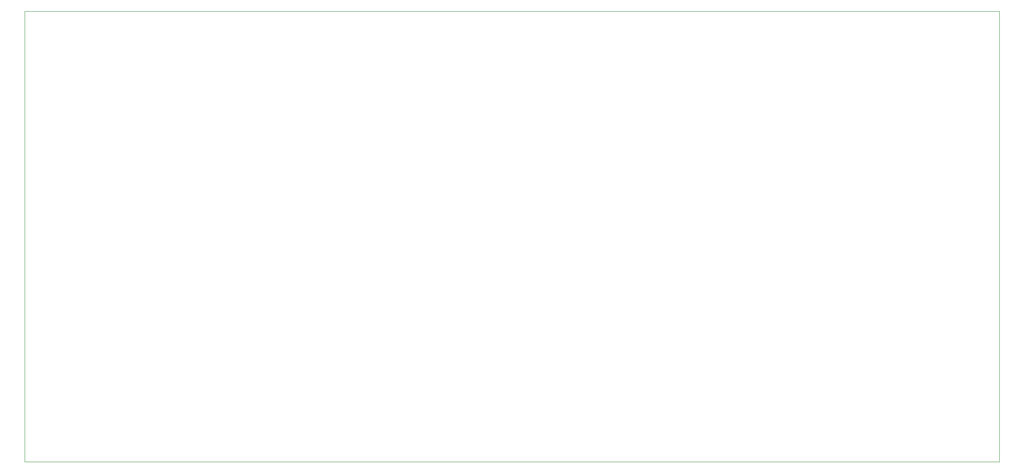
<source format=gbr>
G04 #@! TF.GenerationSoftware,KiCad,Pcbnew,(5.1.5)-3*
G04 #@! TF.CreationDate,2020-06-15T09:36:13+02:00*
G04 #@! TF.ProjectId,StateMachineTest,53746174-654d-4616-9368-696e65546573,rev?*
G04 #@! TF.SameCoordinates,Original*
G04 #@! TF.FileFunction,Profile,NP*
%FSLAX46Y46*%
G04 Gerber Fmt 4.6, Leading zero omitted, Abs format (unit mm)*
G04 Created by KiCad (PCBNEW (5.1.5)-3) date 2020-06-15 09:36:13*
%MOMM*%
%LPD*%
G04 APERTURE LIST*
%ADD10C,0.050000*%
G04 APERTURE END LIST*
D10*
X238125000Y-60325000D02*
X238125000Y-151765000D01*
X40640000Y-60325000D02*
X238125000Y-60325000D01*
X49530000Y-151765000D02*
X238125000Y-151765000D01*
X40640000Y-151765000D02*
X49530000Y-151765000D01*
X40640000Y-69850000D02*
X40640000Y-151765000D01*
X40640000Y-60325000D02*
X40640000Y-69850000D01*
M02*

</source>
